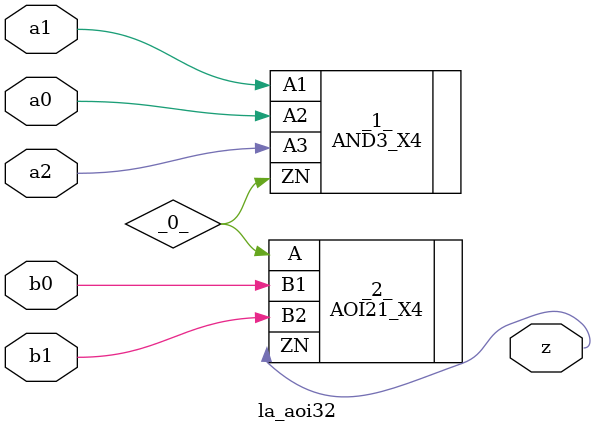
<source format=v>

/* Generated by Yosys 0.44 (git sha1 80ba43d26, g++ 11.4.0-1ubuntu1~22.04 -fPIC -O3) */

(* top =  1  *)
(* src = "inputs/la_aoi32.v:10.1-23.10" *)
module la_aoi32 (
    a0,
    a1,
    a2,
    b0,
    b1,
    z
);
  wire _0_;
  (* src = "inputs/la_aoi32.v:13.12-13.14" *)
  input a0;
  wire a0;
  (* src = "inputs/la_aoi32.v:14.12-14.14" *)
  input a1;
  wire a1;
  (* src = "inputs/la_aoi32.v:15.12-15.14" *)
  input a2;
  wire a2;
  (* src = "inputs/la_aoi32.v:16.12-16.14" *)
  input b0;
  wire b0;
  (* src = "inputs/la_aoi32.v:17.12-17.14" *)
  input b1;
  wire b1;
  (* src = "inputs/la_aoi32.v:18.12-18.13" *)
  output z;
  wire z;
  AND3_X4 _1_ (
      .A1(a1),
      .A2(a0),
      .A3(a2),
      .ZN(_0_)
  );
  AOI21_X4 _2_ (
      .A (_0_),
      .B1(b0),
      .B2(b1),
      .ZN(z)
  );
endmodule

</source>
